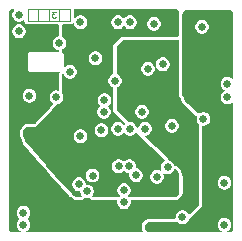
<source format=gbr>
G04 #@! TF.GenerationSoftware,KiCad,Pcbnew,9.0.3*
G04 #@! TF.CreationDate,2025-08-06T23:44:26+02:00*
G04 #@! TF.ProjectId,MADC,4d414443-2e6b-4696-9361-645f70636258,rev?*
G04 #@! TF.SameCoordinates,Original*
G04 #@! TF.FileFunction,Copper,L3,Inr*
G04 #@! TF.FilePolarity,Positive*
%FSLAX46Y46*%
G04 Gerber Fmt 4.6, Leading zero omitted, Abs format (unit mm)*
G04 Created by KiCad (PCBNEW 9.0.3) date 2025-08-06 23:44:26*
%MOMM*%
%LPD*%
G01*
G04 APERTURE LIST*
G04 #@! TA.AperFunction,NonConductor*
%ADD10C,0.100000*%
G04 #@! TD*
%ADD11C,0.100000*%
G04 #@! TA.AperFunction,ViaPad*
%ADD12C,0.650000*%
G04 #@! TD*
G04 #@! TA.AperFunction,Conductor*
%ADD13C,0.508000*%
G04 #@! TD*
G04 APERTURE END LIST*
D10*
X136525000Y-83566000D02*
X137414000Y-83566000D01*
X137414000Y-84582000D01*
X136525000Y-84582000D01*
X136525000Y-83566000D01*
X138303000Y-83566000D02*
X139192000Y-83566000D01*
X139192000Y-84582000D01*
X138303000Y-84582000D01*
X138303000Y-83566000D01*
X137414000Y-83566000D02*
X138303000Y-83566000D01*
X138303000Y-84582000D01*
X137414000Y-84582000D01*
X137414000Y-83566000D01*
X135636000Y-83566000D02*
X136525000Y-83566000D01*
X136525000Y-84582000D01*
X135636000Y-84582000D01*
X135636000Y-83566000D01*
D11*
D10*
X137987982Y-83812409D02*
X137678458Y-83812409D01*
X137678458Y-83812409D02*
X137845125Y-84002885D01*
X137845125Y-84002885D02*
X137773696Y-84002885D01*
X137773696Y-84002885D02*
X137726077Y-84026695D01*
X137726077Y-84026695D02*
X137702268Y-84050504D01*
X137702268Y-84050504D02*
X137678458Y-84098123D01*
X137678458Y-84098123D02*
X137678458Y-84217171D01*
X137678458Y-84217171D02*
X137702268Y-84264790D01*
X137702268Y-84264790D02*
X137726077Y-84288600D01*
X137726077Y-84288600D02*
X137773696Y-84312409D01*
X137773696Y-84312409D02*
X137916553Y-84312409D01*
X137916553Y-84312409D02*
X137964172Y-84288600D01*
X137964172Y-84288600D02*
X137987982Y-84264790D01*
D12*
G04 #@! TO.N,+3.3V*
X145923000Y-102108000D03*
X152527000Y-87122000D03*
X152273000Y-95504000D03*
X149352000Y-85086500D03*
X152527000Y-86233000D03*
G04 #@! TO.N,GNDA*
X143256000Y-93726000D03*
X140081000Y-94361000D03*
X147462857Y-96976980D03*
X139954000Y-98425000D03*
X144272000Y-93726000D03*
X135255000Y-101854000D03*
X140081000Y-84709000D03*
X134874000Y-84074000D03*
X142113000Y-91313000D03*
X143764000Y-99949000D03*
X150368000Y-85086500D03*
X138049000Y-91059000D03*
X135763000Y-90932000D03*
X146304000Y-84836000D03*
X135255000Y-100838000D03*
X134874000Y-85471000D03*
X147056000Y-88265000D03*
X143764000Y-98933000D03*
X141351000Y-87757000D03*
G04 #@! TO.N,Net-(D1-A)*
X143256000Y-84709000D03*
G04 #@! TO.N,Net-(D1-K)*
X144272000Y-84705500D03*
X138303000Y-86487000D03*
G04 #@! TO.N,VCC*
X145796000Y-86868000D03*
X148336000Y-95250000D03*
X137795000Y-101854000D03*
X145421961Y-91106767D03*
X140144500Y-101058500D03*
X134874000Y-87884000D03*
G04 #@! TO.N,VEE*
X140036000Y-97110000D03*
X148022500Y-99119500D03*
X141097000Y-84959500D03*
X147955000Y-85090000D03*
X139092969Y-90395138D03*
X135610128Y-93949780D03*
G04 #@! TO.N,/AD_ID*
X145796000Y-88646000D03*
G04 #@! TO.N,GNDD*
X152527000Y-89916000D03*
X152527000Y-91059000D03*
X152273000Y-98298000D03*
X152273000Y-101854000D03*
X147829500Y-93472000D03*
G04 #@! TO.N,/SW_VRH*
X148717000Y-101219000D03*
G04 #@! TO.N,/AD_IRP*
X145542000Y-93726000D03*
G04 #@! TO.N,/AD_IIN*
X139191000Y-88900000D03*
G04 #@! TO.N,/AD_CMP*
X150495000Y-92893000D03*
G04 #@! TO.N,/AD_IRN*
X141859000Y-93853000D03*
G04 #@! TO.N,VREF*
X146558000Y-97790000D03*
G04 #@! TO.N,/AD_REF+*
X143327000Y-96901829D03*
G04 #@! TO.N,Net-(RN1-Pad6)*
X145288000Y-92285500D03*
G04 #@! TO.N,/AD_REF-*
X144201000Y-96901000D03*
G04 #@! TO.N,Net-(RN1-Pad5)*
X142068500Y-92284500D03*
G04 #@! TO.N,Net-(RN1-Pad7)*
X143002000Y-89662000D03*
G04 #@! TO.N,Net-(RN2-Pad7)*
X140642114Y-99028012D03*
G04 #@! TO.N,Net-(U3B--)*
X141106725Y-97687000D03*
X144780000Y-97663000D03*
G04 #@! TD*
D13*
G04 #@! TO.N,+3.3V*
X152019000Y-87630000D02*
X149352000Y-87630000D01*
X145923000Y-102108000D02*
X149479000Y-102108000D01*
X152527000Y-87122000D02*
X152019000Y-87630000D01*
X149352000Y-87630000D02*
X149352000Y-90043000D01*
X151511000Y-100076000D02*
X151511000Y-96012000D01*
X151511000Y-96012000D02*
X151511000Y-95325000D01*
X151511000Y-95631000D02*
X151511000Y-96012000D01*
X149352000Y-85086500D02*
X149352000Y-87630000D01*
X149479000Y-102108000D02*
X151511000Y-100076000D01*
X149352000Y-90043000D02*
X151511000Y-92202000D01*
X152146000Y-95631000D02*
X151511000Y-95631000D01*
X152273000Y-95504000D02*
X152146000Y-95631000D01*
X151511000Y-92202000D02*
X151511000Y-95325000D01*
G04 #@! TO.N,VCC*
X147850799Y-94959299D02*
X146685000Y-93793500D01*
X148512553Y-95680553D02*
X148512553Y-95296320D01*
X140111000Y-101092000D02*
X140144500Y-101058500D01*
X149098000Y-99695000D02*
X149098000Y-96266000D01*
X137160000Y-101219000D02*
X137160000Y-101092000D01*
X145170000Y-100330000D02*
X148463000Y-100330000D01*
X146685000Y-93793500D02*
X146685000Y-91113720D01*
X140241500Y-101058500D02*
X140335000Y-100965000D01*
X145668969Y-91106767D02*
X145669000Y-91106798D01*
X144535000Y-100965000D02*
X145170000Y-100330000D01*
X146712360Y-91086360D02*
X145442368Y-91086360D01*
X145161000Y-86868000D02*
X145796000Y-86868000D01*
X134263000Y-88495000D02*
X134874000Y-87884000D01*
X144653000Y-91059000D02*
X144272000Y-90678000D01*
X137160000Y-98552000D02*
X134263000Y-95655000D01*
X149098000Y-96266000D02*
X148512553Y-95680553D01*
X144272000Y-90678000D02*
X144272000Y-87757000D01*
X140335000Y-100965000D02*
X144535000Y-100965000D01*
X148466233Y-95250000D02*
X148336000Y-95250000D01*
X148512553Y-95296320D02*
X148466233Y-95250000D01*
X146685000Y-91113720D02*
X146712360Y-91086360D01*
X137160000Y-101092000D02*
X140111000Y-101092000D01*
X137160000Y-101219000D02*
X137160000Y-98552000D01*
X140144500Y-101058500D02*
X140241500Y-101058500D01*
X145421961Y-91106767D02*
X145374194Y-91059000D01*
X148463000Y-100330000D02*
X149098000Y-99695000D01*
X134263000Y-95655000D02*
X134263000Y-88495000D01*
X148045299Y-94959299D02*
X147850799Y-94959299D01*
X144272000Y-87757000D02*
X145161000Y-86868000D01*
X148336000Y-95250000D02*
X148045299Y-94959299D01*
X137795000Y-101854000D02*
X137160000Y-101219000D01*
X145421961Y-91106767D02*
X145668969Y-91106767D01*
X145374194Y-91059000D02*
X144653000Y-91059000D01*
X145442368Y-91086360D02*
X145421961Y-91106767D01*
G04 #@! TO.N,VEE*
X136872930Y-93946930D02*
X135612978Y-93946930D01*
X140036000Y-97110000D02*
X136872930Y-93946930D01*
X147069500Y-83820000D02*
X142236500Y-83820000D01*
X147955000Y-99060000D02*
X145034000Y-99060000D01*
X142621000Y-97917000D02*
X141351000Y-96647000D01*
X148014500Y-99119500D02*
X147955000Y-99060000D01*
X141097000Y-85403000D02*
X141097000Y-84959500D01*
X135612978Y-93946930D02*
X135610128Y-93949780D01*
X136779000Y-93980000D02*
X139092969Y-91666031D01*
X142236500Y-83820000D02*
X141097000Y-84959500D01*
X135610128Y-93949780D02*
X135616720Y-93949780D01*
X143891000Y-97917000D02*
X142621000Y-97917000D01*
X140126000Y-97110000D02*
X140036000Y-97110000D01*
X139092969Y-90395138D02*
X140462000Y-89026107D01*
X135646940Y-93980000D02*
X136779000Y-93980000D01*
X140462000Y-89026107D02*
X140462000Y-86038000D01*
X140589000Y-96647000D02*
X140126000Y-97110000D01*
X135616720Y-93949780D02*
X135646940Y-93980000D01*
X140462000Y-86038000D02*
X141097000Y-85403000D01*
X145034000Y-99060000D02*
X143891000Y-97917000D01*
X141351000Y-96647000D02*
X140589000Y-96647000D01*
X139092969Y-91666031D02*
X139092969Y-90395138D01*
X147955000Y-85090000D02*
X147955000Y-84705500D01*
X147955000Y-84705500D02*
X147069500Y-83820000D01*
X148022500Y-99119500D02*
X148014500Y-99119500D01*
G04 #@! TD*
G04 #@! TA.AperFunction,Conductor*
G04 #@! TO.N,VCC*
G36*
X134455769Y-83584306D02*
G01*
X134474075Y-83628500D01*
X134455769Y-83672694D01*
X134410289Y-83718173D01*
X134410286Y-83718177D01*
X134333991Y-83850322D01*
X134333990Y-83850326D01*
X134294501Y-83997700D01*
X134294500Y-83997708D01*
X134294500Y-84150291D01*
X134294501Y-84150299D01*
X134333990Y-84297673D01*
X134333991Y-84297677D01*
X134410286Y-84429822D01*
X134410289Y-84429826D01*
X134518173Y-84537710D01*
X134518177Y-84537713D01*
X134518179Y-84537715D01*
X134650322Y-84614008D01*
X134797707Y-84653500D01*
X134797708Y-84653500D01*
X134950292Y-84653500D01*
X134950293Y-84653500D01*
X135097678Y-84614008D01*
X135229821Y-84537715D01*
X135229828Y-84537707D01*
X135230950Y-84536848D01*
X135231643Y-84536662D01*
X135233369Y-84535666D01*
X135233635Y-84536128D01*
X135277155Y-84524465D01*
X135318583Y-84548381D01*
X135331500Y-84586431D01*
X135331500Y-84622086D01*
X135331501Y-84622094D01*
X135352249Y-84699529D01*
X135352250Y-84699532D01*
X135352251Y-84699533D01*
X135392339Y-84768968D01*
X135449032Y-84825661D01*
X135518467Y-84865749D01*
X135518470Y-84865750D01*
X135565857Y-84878447D01*
X135595912Y-84886500D01*
X135676088Y-84886500D01*
X136484912Y-84886500D01*
X136565088Y-84886500D01*
X137373912Y-84886500D01*
X137454088Y-84886500D01*
X138202000Y-84886500D01*
X138246194Y-84904806D01*
X138264500Y-84949000D01*
X138264500Y-85849415D01*
X138246194Y-85893609D01*
X138218177Y-85909785D01*
X138079324Y-85946991D01*
X138079322Y-85946991D01*
X137947177Y-86023286D01*
X137947173Y-86023289D01*
X137839289Y-86131173D01*
X137839286Y-86131177D01*
X137762991Y-86263322D01*
X137762990Y-86263326D01*
X137723501Y-86410700D01*
X137723500Y-86410708D01*
X137723500Y-86563291D01*
X137723501Y-86563299D01*
X137762990Y-86710673D01*
X137762991Y-86710677D01*
X137839286Y-86842822D01*
X137839289Y-86842826D01*
X137947173Y-86950710D01*
X137947177Y-86950713D01*
X137947179Y-86950715D01*
X138079322Y-87027008D01*
X138079325Y-87027009D01*
X138218176Y-87064214D01*
X138231120Y-87074146D01*
X138246194Y-87080390D01*
X138249425Y-87088192D01*
X138256127Y-87093334D01*
X138264500Y-87124584D01*
X138264500Y-87186500D01*
X138246194Y-87230694D01*
X138202000Y-87249000D01*
X135763000Y-87249000D01*
X135636000Y-87376000D01*
X135636000Y-88773000D01*
X135763000Y-88900000D01*
X138242561Y-88900000D01*
X138254047Y-88904757D01*
X138266479Y-88904758D01*
X138275269Y-88913548D01*
X138286755Y-88918306D01*
X138291512Y-88929791D01*
X138300304Y-88938583D01*
X138300303Y-88951015D01*
X138305061Y-88962500D01*
X138300303Y-88986418D01*
X138285431Y-89022321D01*
X138284374Y-89024555D01*
X138264500Y-89124470D01*
X138264500Y-90435348D01*
X138246194Y-90479542D01*
X138202000Y-90497848D01*
X138185824Y-90495718D01*
X138125299Y-90479501D01*
X138125294Y-90479500D01*
X138125293Y-90479500D01*
X137972707Y-90479500D01*
X137972706Y-90479500D01*
X137972700Y-90479501D01*
X137825326Y-90518990D01*
X137825322Y-90518991D01*
X137693177Y-90595286D01*
X137693173Y-90595289D01*
X137585289Y-90703173D01*
X137585286Y-90703177D01*
X137508991Y-90835322D01*
X137508990Y-90835326D01*
X137469501Y-90982700D01*
X137469500Y-90982708D01*
X137469500Y-91135291D01*
X137469501Y-91135299D01*
X137508990Y-91282673D01*
X137508991Y-91282677D01*
X137547138Y-91348749D01*
X137574251Y-91395710D01*
X137585286Y-91414822D01*
X137585289Y-91414826D01*
X137693173Y-91522710D01*
X137693177Y-91522713D01*
X137693179Y-91522715D01*
X137734870Y-91546785D01*
X137763989Y-91584735D01*
X137757746Y-91632161D01*
X137749839Y-91642982D01*
X137488878Y-91929673D01*
X137394344Y-92033527D01*
X137204244Y-92242369D01*
X136275855Y-93262289D01*
X136243283Y-93298072D01*
X136199997Y-93318431D01*
X136197064Y-93318500D01*
X135534870Y-93318500D01*
X135435611Y-93338235D01*
X135391436Y-93356524D01*
X135391424Y-93356530D01*
X135307268Y-93412732D01*
X135307257Y-93412740D01*
X135171620Y-93548291D01*
X135126728Y-93593154D01*
X135108202Y-93611667D01*
X135089701Y-93630156D01*
X135089698Y-93630160D01*
X135033440Y-93714285D01*
X135015118Y-93758456D01*
X135015118Y-93758457D01*
X135004663Y-93810868D01*
X135004663Y-93810869D01*
X134995319Y-93857701D01*
X134995319Y-93857709D01*
X134995044Y-94284541D01*
X134995022Y-94318869D01*
X134995022Y-94318870D01*
X134994987Y-94371396D01*
X134999140Y-94417798D01*
X134999141Y-94417806D01*
X135003128Y-94439819D01*
X135003128Y-94439821D01*
X135015524Y-94484764D01*
X135015534Y-94484792D01*
X135174626Y-94908624D01*
X135174634Y-94908641D01*
X135174635Y-94908643D01*
X135194870Y-94950637D01*
X135194882Y-94950657D01*
X135206336Y-94969812D01*
X135206344Y-94969824D01*
X135206348Y-94969830D01*
X135233767Y-95007523D01*
X135233771Y-95007528D01*
X136854420Y-96859698D01*
X136974051Y-96996419D01*
X137541444Y-97644869D01*
X137661075Y-97781590D01*
X137733456Y-97864311D01*
X139126668Y-99456555D01*
X139126683Y-99456570D01*
X139167197Y-99493970D01*
X139167199Y-99493973D01*
X139167206Y-99493978D01*
X139188415Y-99509735D01*
X139235943Y-99537740D01*
X139632587Y-99717724D01*
X139684966Y-99735052D01*
X139703730Y-99739109D01*
X139710782Y-99740635D01*
X139710783Y-99740635D01*
X139710792Y-99740637D01*
X139765642Y-99746500D01*
X139765648Y-99746500D01*
X140130826Y-99746500D01*
X140130826Y-99746499D01*
X140214234Y-99732729D01*
X140252279Y-99719815D01*
X140326830Y-99679971D01*
X140393595Y-99603849D01*
X140393603Y-99603833D01*
X140393932Y-99603376D01*
X140394100Y-99603270D01*
X140395619Y-99601540D01*
X140396143Y-99602000D01*
X140434550Y-99578109D01*
X140460918Y-99579403D01*
X140565816Y-99607511D01*
X140565819Y-99607511D01*
X140565821Y-99607512D01*
X140565822Y-99607512D01*
X140718406Y-99607512D01*
X140718407Y-99607512D01*
X140825656Y-99578774D01*
X140873081Y-99585017D01*
X140893799Y-99604421D01*
X140925714Y-99652186D01*
X140925717Y-99652189D01*
X140967296Y-99679971D01*
X141009903Y-99708440D01*
X141051269Y-99725574D01*
X141053492Y-99726626D01*
X141054097Y-99726746D01*
X141054098Y-99726747D01*
X141153404Y-99746500D01*
X143136865Y-99746500D01*
X143181059Y-99764806D01*
X143199365Y-99809000D01*
X143197235Y-99825176D01*
X143184501Y-99872700D01*
X143184500Y-99872708D01*
X143184500Y-100025291D01*
X143184501Y-100025299D01*
X143223990Y-100172673D01*
X143223991Y-100172677D01*
X143223992Y-100172678D01*
X143296342Y-100297992D01*
X143300286Y-100304822D01*
X143300289Y-100304826D01*
X143408173Y-100412710D01*
X143408177Y-100412713D01*
X143408179Y-100412715D01*
X143540322Y-100489008D01*
X143687707Y-100528500D01*
X143687708Y-100528500D01*
X143840292Y-100528500D01*
X143840293Y-100528500D01*
X143987678Y-100489008D01*
X144119821Y-100412715D01*
X144227715Y-100304821D01*
X144304008Y-100172678D01*
X144343500Y-100025293D01*
X144343500Y-99872707D01*
X144341904Y-99866750D01*
X144330765Y-99825176D01*
X144337009Y-99777750D01*
X144374959Y-99748630D01*
X144391135Y-99746500D01*
X148183112Y-99746500D01*
X148183113Y-99746500D01*
X148282419Y-99726746D01*
X148326613Y-99708440D01*
X148410800Y-99652188D01*
X148628188Y-99434800D01*
X148684440Y-99350613D01*
X148701578Y-99309238D01*
X148702626Y-99307021D01*
X148702746Y-99306419D01*
X148702747Y-99306418D01*
X148722500Y-99207112D01*
X148722500Y-97706547D01*
X148716965Y-97653238D01*
X148711690Y-97628108D01*
X148711688Y-97628100D01*
X148695328Y-97577088D01*
X148695325Y-97577079D01*
X148518853Y-97175225D01*
X148492357Y-97128651D01*
X148492354Y-97128646D01*
X148477420Y-97107758D01*
X148475287Y-97105346D01*
X148441917Y-97067615D01*
X148364447Y-96996419D01*
X148294003Y-96931680D01*
X148293999Y-96931677D01*
X148293998Y-96931676D01*
X148243387Y-96895325D01*
X148243380Y-96895321D01*
X148217280Y-96880977D01*
X148217267Y-96880971D01*
X148159450Y-96857734D01*
X148159445Y-96857733D01*
X148073240Y-96852085D01*
X148030338Y-96830929D01*
X148016958Y-96805898D01*
X148002865Y-96753302D01*
X147926572Y-96621159D01*
X147926570Y-96621157D01*
X147926567Y-96621153D01*
X147818683Y-96513269D01*
X147818679Y-96513266D01*
X147818678Y-96513265D01*
X147752606Y-96475118D01*
X147686534Y-96436971D01*
X147686531Y-96436970D01*
X147582309Y-96409044D01*
X147544358Y-96379924D01*
X147537755Y-96363441D01*
X147514249Y-96266775D01*
X147514248Y-96266772D01*
X147514247Y-96266768D01*
X147494094Y-96223386D01*
X147434342Y-96141646D01*
X147434339Y-96141643D01*
X147434337Y-96141640D01*
X145554454Y-94414018D01*
X145534301Y-94370636D01*
X145550727Y-94325709D01*
X145594109Y-94305556D01*
X145596745Y-94305500D01*
X145618292Y-94305500D01*
X145618293Y-94305500D01*
X145765678Y-94266008D01*
X145897821Y-94189715D01*
X146005715Y-94081821D01*
X146082008Y-93949678D01*
X146121500Y-93802293D01*
X146121500Y-93649707D01*
X146082008Y-93502322D01*
X146036130Y-93422860D01*
X146036130Y-93422858D01*
X146020455Y-93395708D01*
X147250000Y-93395708D01*
X147250000Y-93548291D01*
X147250001Y-93548299D01*
X147289490Y-93695673D01*
X147289491Y-93695677D01*
X147325736Y-93758454D01*
X147351046Y-93802293D01*
X147365786Y-93827822D01*
X147365789Y-93827826D01*
X147473673Y-93935710D01*
X147473677Y-93935713D01*
X147473679Y-93935715D01*
X147605822Y-94012008D01*
X147753207Y-94051500D01*
X147753208Y-94051500D01*
X147905792Y-94051500D01*
X147905793Y-94051500D01*
X148053178Y-94012008D01*
X148185321Y-93935715D01*
X148293215Y-93827821D01*
X148369508Y-93695678D01*
X148409000Y-93548293D01*
X148409000Y-93395707D01*
X148369508Y-93248322D01*
X148293215Y-93116179D01*
X148293213Y-93116177D01*
X148293210Y-93116173D01*
X148185326Y-93008289D01*
X148185322Y-93008286D01*
X148185321Y-93008285D01*
X148117782Y-92969291D01*
X148053177Y-92931991D01*
X148053173Y-92931990D01*
X147905799Y-92892501D01*
X147905794Y-92892500D01*
X147905793Y-92892500D01*
X147753207Y-92892500D01*
X147753206Y-92892500D01*
X147753200Y-92892501D01*
X147605826Y-92931990D01*
X147605822Y-92931991D01*
X147473677Y-93008286D01*
X147473673Y-93008289D01*
X147365789Y-93116173D01*
X147365786Y-93116177D01*
X147289491Y-93248322D01*
X147289490Y-93248326D01*
X147250001Y-93395700D01*
X147250000Y-93395708D01*
X146020455Y-93395708D01*
X146005717Y-93370182D01*
X146005710Y-93370173D01*
X145897826Y-93262289D01*
X145897822Y-93262286D01*
X145897821Y-93262285D01*
X145831749Y-93224138D01*
X145765677Y-93185991D01*
X145765673Y-93185990D01*
X145618299Y-93146501D01*
X145618294Y-93146500D01*
X145618293Y-93146500D01*
X145465707Y-93146500D01*
X145465706Y-93146500D01*
X145465700Y-93146501D01*
X145318326Y-93185990D01*
X145318322Y-93185991D01*
X145186177Y-93262286D01*
X145186173Y-93262289D01*
X145078289Y-93370173D01*
X145078286Y-93370177D01*
X145001991Y-93502322D01*
X145001991Y-93502324D01*
X144967370Y-93631530D01*
X144938250Y-93669480D01*
X144890823Y-93675723D01*
X144852873Y-93646603D01*
X144846630Y-93631530D01*
X144829086Y-93566059D01*
X144812008Y-93502322D01*
X144735715Y-93370179D01*
X144735713Y-93370177D01*
X144735710Y-93370173D01*
X144627826Y-93262289D01*
X144627822Y-93262286D01*
X144627821Y-93262285D01*
X144561749Y-93224138D01*
X144495677Y-93185991D01*
X144495673Y-93185990D01*
X144348299Y-93146501D01*
X144348294Y-93146500D01*
X144348293Y-93146500D01*
X144195707Y-93146500D01*
X144195702Y-93146500D01*
X144181552Y-93150292D01*
X144166004Y-93148244D01*
X144150505Y-93150626D01*
X144143643Y-93145300D01*
X144134126Y-93144047D01*
X144111937Y-93122329D01*
X144110705Y-93120298D01*
X144110563Y-93119954D01*
X144109846Y-93118881D01*
X144109139Y-93117715D01*
X144109073Y-93117288D01*
X144105892Y-93111626D01*
X144104781Y-93109233D01*
X144104381Y-93108324D01*
X144104256Y-93108104D01*
X144086334Y-93083587D01*
X144084819Y-93081421D01*
X144054335Y-93035790D01*
X144049985Y-93031440D01*
X144050011Y-93031413D01*
X144045555Y-93027542D01*
X144044509Y-93026372D01*
X144044505Y-93026366D01*
X144044499Y-93026360D01*
X144044495Y-93026356D01*
X143200947Y-92251130D01*
X143155330Y-92209208D01*
X144708500Y-92209208D01*
X144708500Y-92361791D01*
X144708501Y-92361799D01*
X144747990Y-92509173D01*
X144747991Y-92509177D01*
X144824286Y-92641322D01*
X144824289Y-92641326D01*
X144932173Y-92749210D01*
X144932177Y-92749213D01*
X144932179Y-92749215D01*
X145064322Y-92825508D01*
X145211707Y-92865000D01*
X145211708Y-92865000D01*
X145364292Y-92865000D01*
X145364293Y-92865000D01*
X145511678Y-92825508D01*
X145643821Y-92749215D01*
X145751715Y-92641321D01*
X145828008Y-92509178D01*
X145867500Y-92361793D01*
X145867500Y-92209207D01*
X145828008Y-92061822D01*
X145751715Y-91929679D01*
X145751713Y-91929677D01*
X145751710Y-91929673D01*
X145643826Y-91821789D01*
X145643822Y-91821786D01*
X145643821Y-91821785D01*
X145577749Y-91783638D01*
X145511677Y-91745491D01*
X145511673Y-91745490D01*
X145364299Y-91706001D01*
X145364294Y-91706000D01*
X145364293Y-91706000D01*
X145211707Y-91706000D01*
X145211706Y-91706000D01*
X145211700Y-91706001D01*
X145064326Y-91745490D01*
X145064322Y-91745491D01*
X144932177Y-91821786D01*
X144932173Y-91821789D01*
X144824289Y-91929673D01*
X144824286Y-91929677D01*
X144747991Y-92061822D01*
X144747990Y-92061826D01*
X144708501Y-92209200D01*
X144708500Y-92209208D01*
X143155330Y-92209208D01*
X143154708Y-92208636D01*
X143134556Y-92165255D01*
X143134500Y-92162619D01*
X143134500Y-90274396D01*
X143152806Y-90230202D01*
X143180821Y-90214026D01*
X143225678Y-90202008D01*
X143357821Y-90125715D01*
X143465715Y-90017821D01*
X143542008Y-89885678D01*
X143581500Y-89738293D01*
X143581500Y-89585707D01*
X143542008Y-89438322D01*
X143465715Y-89306179D01*
X143465713Y-89306177D01*
X143465710Y-89306173D01*
X143357826Y-89198289D01*
X143357822Y-89198286D01*
X143357821Y-89198285D01*
X143225678Y-89121992D01*
X143225677Y-89121991D01*
X143225676Y-89121991D01*
X143180823Y-89109972D01*
X143142873Y-89080851D01*
X143134500Y-89049602D01*
X143134500Y-88569708D01*
X145216500Y-88569708D01*
X145216500Y-88722291D01*
X145216501Y-88722299D01*
X145255990Y-88869673D01*
X145255991Y-88869677D01*
X145332286Y-89001822D01*
X145332289Y-89001826D01*
X145440173Y-89109710D01*
X145440177Y-89109713D01*
X145440179Y-89109715D01*
X145572322Y-89186008D01*
X145719707Y-89225500D01*
X145719708Y-89225500D01*
X145872292Y-89225500D01*
X145872293Y-89225500D01*
X146019678Y-89186008D01*
X146151821Y-89109715D01*
X146259715Y-89001821D01*
X146336008Y-88869678D01*
X146375500Y-88722293D01*
X146375500Y-88569707D01*
X146336008Y-88422322D01*
X146259715Y-88290179D01*
X146259713Y-88290177D01*
X146259710Y-88290173D01*
X146158245Y-88188708D01*
X146476500Y-88188708D01*
X146476500Y-88341291D01*
X146476501Y-88341299D01*
X146515990Y-88488673D01*
X146515991Y-88488677D01*
X146592286Y-88620822D01*
X146592289Y-88620826D01*
X146700173Y-88728710D01*
X146700177Y-88728713D01*
X146700179Y-88728715D01*
X146832322Y-88805008D01*
X146979707Y-88844500D01*
X146979708Y-88844500D01*
X147132292Y-88844500D01*
X147132293Y-88844500D01*
X147279678Y-88805008D01*
X147411821Y-88728715D01*
X147519715Y-88620821D01*
X147596008Y-88488678D01*
X147635500Y-88341293D01*
X147635500Y-88188707D01*
X147596008Y-88041322D01*
X147519715Y-87909179D01*
X147519713Y-87909177D01*
X147519710Y-87909173D01*
X147411826Y-87801289D01*
X147411822Y-87801286D01*
X147411821Y-87801285D01*
X147345749Y-87763138D01*
X147279677Y-87724991D01*
X147279673Y-87724990D01*
X147132299Y-87685501D01*
X147132294Y-87685500D01*
X147132293Y-87685500D01*
X146979707Y-87685500D01*
X146979706Y-87685500D01*
X146979700Y-87685501D01*
X146832326Y-87724990D01*
X146832322Y-87724991D01*
X146700177Y-87801286D01*
X146700173Y-87801289D01*
X146592289Y-87909173D01*
X146592286Y-87909177D01*
X146515991Y-88041322D01*
X146515990Y-88041326D01*
X146476501Y-88188700D01*
X146476500Y-88188708D01*
X146158245Y-88188708D01*
X146151826Y-88182289D01*
X146151822Y-88182286D01*
X146151821Y-88182285D01*
X146085749Y-88144138D01*
X146019677Y-88105991D01*
X146019673Y-88105990D01*
X145872299Y-88066501D01*
X145872294Y-88066500D01*
X145872293Y-88066500D01*
X145719707Y-88066500D01*
X145719706Y-88066500D01*
X145719700Y-88066501D01*
X145572326Y-88105990D01*
X145572322Y-88105991D01*
X145440177Y-88182286D01*
X145440173Y-88182289D01*
X145332289Y-88290173D01*
X145332286Y-88290177D01*
X145255991Y-88422322D01*
X145255990Y-88422326D01*
X145216501Y-88569700D01*
X145216500Y-88569708D01*
X143134500Y-88569708D01*
X143134500Y-86747376D01*
X143152806Y-86703182D01*
X143599182Y-86256806D01*
X143643376Y-86238500D01*
X148183112Y-86238500D01*
X148183113Y-86238500D01*
X148282419Y-86218746D01*
X148326613Y-86200440D01*
X148360276Y-86177946D01*
X148407192Y-86168614D01*
X148446966Y-86195189D01*
X148457500Y-86229913D01*
X148457500Y-90918809D01*
X148463106Y-90972438D01*
X148463109Y-90972456D01*
X148468447Y-90997716D01*
X148468453Y-90997737D01*
X148485025Y-91049058D01*
X148485026Y-91049060D01*
X148662282Y-91449758D01*
X148662287Y-91449768D01*
X148689115Y-91496556D01*
X148689119Y-91496561D01*
X148689121Y-91496565D01*
X148704235Y-91517524D01*
X148704244Y-91517534D01*
X148740148Y-91557746D01*
X148740161Y-91557760D01*
X149897479Y-92609867D01*
X149923807Y-92628616D01*
X149949187Y-92669163D01*
X149947922Y-92695702D01*
X149915501Y-92816700D01*
X149915500Y-92816708D01*
X149915500Y-92969291D01*
X149915501Y-92969299D01*
X149954990Y-93116673D01*
X149954991Y-93116677D01*
X149982379Y-93164114D01*
X150031285Y-93248821D01*
X150092694Y-93310230D01*
X150111000Y-93354424D01*
X150111000Y-93516276D01*
X150109799Y-93528468D01*
X150108500Y-93534997D01*
X150108500Y-100205747D01*
X150090194Y-100249941D01*
X150088846Y-100251250D01*
X149329157Y-100966580D01*
X149284432Y-100983549D01*
X149240808Y-100963923D01*
X149232187Y-100952331D01*
X149180715Y-100863179D01*
X149180713Y-100863177D01*
X149180710Y-100863173D01*
X149072826Y-100755289D01*
X149072822Y-100755286D01*
X149072821Y-100755285D01*
X149006749Y-100717138D01*
X148940677Y-100678991D01*
X148940673Y-100678990D01*
X148793299Y-100639501D01*
X148793294Y-100639500D01*
X148793293Y-100639500D01*
X148640707Y-100639500D01*
X148640706Y-100639500D01*
X148640700Y-100639501D01*
X148493326Y-100678990D01*
X148493322Y-100678991D01*
X148361177Y-100755286D01*
X148361173Y-100755289D01*
X148253289Y-100863173D01*
X148253286Y-100863177D01*
X148176991Y-100995322D01*
X148176990Y-100995326D01*
X148137501Y-101142700D01*
X148137500Y-101142708D01*
X148137500Y-101278000D01*
X148119194Y-101322194D01*
X148075000Y-101340500D01*
X145821887Y-101340500D01*
X145805411Y-101343777D01*
X145722581Y-101360253D01*
X145678389Y-101378559D01*
X145678385Y-101378561D01*
X145594200Y-101434811D01*
X145376811Y-101652200D01*
X145320561Y-101736385D01*
X145320558Y-101736389D01*
X145305328Y-101773157D01*
X145305326Y-101773163D01*
X145302254Y-101780581D01*
X145302253Y-101780582D01*
X145296030Y-101811869D01*
X145295800Y-101813025D01*
X145295796Y-101813042D01*
X145282500Y-101879887D01*
X145282500Y-102209112D01*
X145282499Y-102209112D01*
X145302253Y-102308418D01*
X145320558Y-102352610D01*
X145320559Y-102352612D01*
X145320560Y-102352613D01*
X145346729Y-102391778D01*
X145356061Y-102438693D01*
X145329486Y-102478467D01*
X145294762Y-102489000D01*
X135547400Y-102489000D01*
X135503206Y-102470694D01*
X135484900Y-102426500D01*
X135503206Y-102382306D01*
X135516147Y-102372374D01*
X135610821Y-102317715D01*
X135718715Y-102209821D01*
X135795008Y-102077678D01*
X135834500Y-101930293D01*
X135834500Y-101777707D01*
X135795008Y-101630322D01*
X135718715Y-101498179D01*
X135718713Y-101498177D01*
X135718710Y-101498173D01*
X135610731Y-101390194D01*
X135592425Y-101346000D01*
X135610731Y-101301806D01*
X135718710Y-101193826D01*
X135718715Y-101193821D01*
X135795008Y-101061678D01*
X135834500Y-100914293D01*
X135834500Y-100761707D01*
X135795008Y-100614322D01*
X135718715Y-100482179D01*
X135718713Y-100482177D01*
X135718710Y-100482173D01*
X135610826Y-100374289D01*
X135610822Y-100374286D01*
X135610821Y-100374285D01*
X135490508Y-100304822D01*
X135478677Y-100297991D01*
X135478673Y-100297990D01*
X135331299Y-100258501D01*
X135331294Y-100258500D01*
X135331293Y-100258500D01*
X135178707Y-100258500D01*
X135178706Y-100258500D01*
X135178700Y-100258501D01*
X135031326Y-100297990D01*
X135031322Y-100297991D01*
X134899177Y-100374286D01*
X134899173Y-100374289D01*
X134791289Y-100482173D01*
X134791286Y-100482177D01*
X134714991Y-100614322D01*
X134714990Y-100614326D01*
X134675501Y-100761700D01*
X134675500Y-100761708D01*
X134675500Y-100914291D01*
X134675501Y-100914299D01*
X134714990Y-101061673D01*
X134714991Y-101061677D01*
X134791286Y-101193822D01*
X134791289Y-101193826D01*
X134899269Y-101301806D01*
X134917575Y-101346000D01*
X134899269Y-101390194D01*
X134791289Y-101498173D01*
X134791286Y-101498177D01*
X134714991Y-101630322D01*
X134714990Y-101630326D01*
X134675501Y-101777700D01*
X134675500Y-101777708D01*
X134675500Y-101930291D01*
X134675501Y-101930299D01*
X134714990Y-102077673D01*
X134714991Y-102077677D01*
X134714992Y-102077678D01*
X134790876Y-102209113D01*
X134791286Y-102209822D01*
X134791289Y-102209826D01*
X134899173Y-102317710D01*
X134899177Y-102317713D01*
X134899179Y-102317715D01*
X134993850Y-102372373D01*
X135022970Y-102410324D01*
X135016727Y-102457750D01*
X134978776Y-102486870D01*
X134962600Y-102489000D01*
X134264888Y-102489000D01*
X134220694Y-102470694D01*
X134026806Y-102276806D01*
X134008500Y-102232612D01*
X134008500Y-90855708D01*
X135183500Y-90855708D01*
X135183500Y-91008291D01*
X135183501Y-91008299D01*
X135222990Y-91155673D01*
X135222991Y-91155677D01*
X135222992Y-91155678D01*
X135295353Y-91281011D01*
X135299286Y-91287822D01*
X135299289Y-91287826D01*
X135407173Y-91395710D01*
X135407177Y-91395713D01*
X135407179Y-91395715D01*
X135539322Y-91472008D01*
X135686707Y-91511500D01*
X135686708Y-91511500D01*
X135839292Y-91511500D01*
X135839293Y-91511500D01*
X135986678Y-91472008D01*
X136118821Y-91395715D01*
X136226715Y-91287821D01*
X136303008Y-91155678D01*
X136342500Y-91008293D01*
X136342500Y-90855707D01*
X136303008Y-90708322D01*
X136226715Y-90576179D01*
X136226713Y-90576177D01*
X136226710Y-90576173D01*
X136118826Y-90468289D01*
X136118822Y-90468286D01*
X136118821Y-90468285D01*
X136052749Y-90430138D01*
X135986677Y-90391991D01*
X135986673Y-90391990D01*
X135839299Y-90352501D01*
X135839294Y-90352500D01*
X135839293Y-90352500D01*
X135686707Y-90352500D01*
X135686706Y-90352500D01*
X135686700Y-90352501D01*
X135539326Y-90391990D01*
X135539322Y-90391991D01*
X135407177Y-90468286D01*
X135407173Y-90468289D01*
X135299289Y-90576173D01*
X135299286Y-90576177D01*
X135222991Y-90708322D01*
X135222990Y-90708326D01*
X135183501Y-90855700D01*
X135183500Y-90855708D01*
X134008500Y-90855708D01*
X134008500Y-85394708D01*
X134294500Y-85394708D01*
X134294500Y-85547291D01*
X134294501Y-85547299D01*
X134333990Y-85694673D01*
X134333991Y-85694677D01*
X134410286Y-85826822D01*
X134410289Y-85826826D01*
X134518173Y-85934710D01*
X134518177Y-85934713D01*
X134518179Y-85934715D01*
X134650322Y-86011008D01*
X134797707Y-86050500D01*
X134797708Y-86050500D01*
X134950292Y-86050500D01*
X134950293Y-86050500D01*
X135097678Y-86011008D01*
X135229821Y-85934715D01*
X135337715Y-85826821D01*
X135414008Y-85694678D01*
X135453500Y-85547293D01*
X135453500Y-85394707D01*
X135414008Y-85247322D01*
X135337715Y-85115179D01*
X135337713Y-85115177D01*
X135337710Y-85115173D01*
X135229826Y-85007289D01*
X135229822Y-85007286D01*
X135229821Y-85007285D01*
X135128869Y-84949000D01*
X135097677Y-84930991D01*
X135097673Y-84930990D01*
X134950299Y-84891501D01*
X134950294Y-84891500D01*
X134950293Y-84891500D01*
X134797707Y-84891500D01*
X134797706Y-84891500D01*
X134797700Y-84891501D01*
X134650326Y-84930990D01*
X134650322Y-84930991D01*
X134518177Y-85007286D01*
X134518173Y-85007289D01*
X134410289Y-85115173D01*
X134410286Y-85115177D01*
X134333991Y-85247322D01*
X134333990Y-85247326D01*
X134294501Y-85394700D01*
X134294500Y-85394708D01*
X134008500Y-85394708D01*
X134008500Y-83822388D01*
X134026806Y-83778194D01*
X134220694Y-83584306D01*
X134264888Y-83566000D01*
X134411575Y-83566000D01*
X134455769Y-83584306D01*
G37*
G04 #@! TD.AperFunction*
G04 #@! TD*
G04 #@! TA.AperFunction,Conductor*
G04 #@! TO.N,+3.3V*
G36*
X152799306Y-83711306D02*
G01*
X152973194Y-83885194D01*
X152991500Y-83929388D01*
X152991500Y-89410075D01*
X152973194Y-89454269D01*
X152929000Y-89472575D01*
X152884806Y-89454269D01*
X152882826Y-89452289D01*
X152882822Y-89452286D01*
X152882821Y-89452285D01*
X152809711Y-89410075D01*
X152750677Y-89375991D01*
X152750673Y-89375990D01*
X152603299Y-89336501D01*
X152603294Y-89336500D01*
X152603293Y-89336500D01*
X152450707Y-89336500D01*
X152450706Y-89336500D01*
X152450700Y-89336501D01*
X152303326Y-89375990D01*
X152303322Y-89375991D01*
X152171177Y-89452286D01*
X152171173Y-89452289D01*
X152063289Y-89560173D01*
X152063286Y-89560177D01*
X151986991Y-89692322D01*
X151986990Y-89692326D01*
X151947501Y-89839700D01*
X151947500Y-89839708D01*
X151947500Y-89992291D01*
X151947501Y-89992299D01*
X151986990Y-90139673D01*
X151986991Y-90139677D01*
X152063286Y-90271822D01*
X152063289Y-90271826D01*
X152171173Y-90379710D01*
X152171182Y-90379717D01*
X152264117Y-90433374D01*
X152293237Y-90471324D01*
X152286993Y-90518750D01*
X152264117Y-90541626D01*
X152171182Y-90595282D01*
X152171173Y-90595289D01*
X152063289Y-90703173D01*
X152063286Y-90703177D01*
X151986991Y-90835322D01*
X151986990Y-90835326D01*
X151947501Y-90982700D01*
X151947500Y-90982708D01*
X151947500Y-91135291D01*
X151947501Y-91135299D01*
X151986990Y-91282673D01*
X151986991Y-91282677D01*
X152063286Y-91414822D01*
X152063289Y-91414826D01*
X152171173Y-91522710D01*
X152171177Y-91522713D01*
X152171179Y-91522715D01*
X152303322Y-91599008D01*
X152450707Y-91638500D01*
X152450708Y-91638500D01*
X152603292Y-91638500D01*
X152603293Y-91638500D01*
X152750678Y-91599008D01*
X152882821Y-91522715D01*
X152884802Y-91520733D01*
X152928994Y-91502424D01*
X152973190Y-91520725D01*
X152991500Y-91564918D01*
X152991500Y-102252612D01*
X152973194Y-102296806D01*
X152799306Y-102470694D01*
X152755112Y-102489000D01*
X152565400Y-102489000D01*
X152521206Y-102470694D01*
X152502900Y-102426500D01*
X152521206Y-102382306D01*
X152534147Y-102372374D01*
X152628821Y-102317715D01*
X152736715Y-102209821D01*
X152813008Y-102077678D01*
X152852500Y-101930293D01*
X152852500Y-101777707D01*
X152813008Y-101630322D01*
X152736715Y-101498179D01*
X152736713Y-101498177D01*
X152736710Y-101498173D01*
X152628826Y-101390289D01*
X152628822Y-101390286D01*
X152628821Y-101390285D01*
X152562749Y-101352138D01*
X152496677Y-101313991D01*
X152496673Y-101313990D01*
X152349299Y-101274501D01*
X152349294Y-101274500D01*
X152349293Y-101274500D01*
X152196707Y-101274500D01*
X152196706Y-101274500D01*
X152196700Y-101274501D01*
X152049326Y-101313990D01*
X152049322Y-101313991D01*
X151917177Y-101390286D01*
X151917173Y-101390289D01*
X151809289Y-101498173D01*
X151809286Y-101498177D01*
X151732991Y-101630322D01*
X151732990Y-101630326D01*
X151693501Y-101777700D01*
X151693500Y-101777708D01*
X151693500Y-101930291D01*
X151693501Y-101930299D01*
X151732990Y-102077673D01*
X151732991Y-102077677D01*
X151809286Y-102209822D01*
X151809289Y-102209826D01*
X151917173Y-102317710D01*
X151917177Y-102317713D01*
X151917179Y-102317715D01*
X152011850Y-102372373D01*
X152040970Y-102410324D01*
X152034727Y-102457750D01*
X151996776Y-102486870D01*
X151980600Y-102489000D01*
X145821888Y-102489000D01*
X145777694Y-102470694D01*
X145560306Y-102253306D01*
X145542000Y-102209112D01*
X145542000Y-101879888D01*
X145560306Y-101835694D01*
X145777694Y-101618306D01*
X145821888Y-101600000D01*
X148252576Y-101600000D01*
X148296770Y-101618306D01*
X148361179Y-101682715D01*
X148493322Y-101759008D01*
X148640707Y-101798500D01*
X148640708Y-101798500D01*
X148793292Y-101798500D01*
X148793293Y-101798500D01*
X148940678Y-101759008D01*
X149072821Y-101682715D01*
X149180715Y-101574821D01*
X149257008Y-101442678D01*
X149270948Y-101390650D01*
X149288467Y-101361332D01*
X149701500Y-100972416D01*
X150368000Y-100344832D01*
X150368000Y-98221708D01*
X151693500Y-98221708D01*
X151693500Y-98374291D01*
X151693501Y-98374299D01*
X151732990Y-98521673D01*
X151732991Y-98521677D01*
X151809286Y-98653822D01*
X151809289Y-98653826D01*
X151917173Y-98761710D01*
X151917177Y-98761713D01*
X151917179Y-98761715D01*
X152049322Y-98838008D01*
X152196707Y-98877500D01*
X152196708Y-98877500D01*
X152349292Y-98877500D01*
X152349293Y-98877500D01*
X152496678Y-98838008D01*
X152628821Y-98761715D01*
X152736715Y-98653821D01*
X152813008Y-98521678D01*
X152852500Y-98374293D01*
X152852500Y-98221707D01*
X152813008Y-98074322D01*
X152736715Y-97942179D01*
X152736713Y-97942177D01*
X152736710Y-97942173D01*
X152628826Y-97834289D01*
X152628822Y-97834286D01*
X152628821Y-97834285D01*
X152562749Y-97796138D01*
X152496677Y-97757991D01*
X152496673Y-97757990D01*
X152349299Y-97718501D01*
X152349294Y-97718500D01*
X152349293Y-97718500D01*
X152196707Y-97718500D01*
X152196706Y-97718500D01*
X152196700Y-97718501D01*
X152049326Y-97757990D01*
X152049322Y-97757991D01*
X151917177Y-97834286D01*
X151917173Y-97834289D01*
X151809289Y-97942173D01*
X151809286Y-97942177D01*
X151732991Y-98074322D01*
X151732990Y-98074326D01*
X151693501Y-98221700D01*
X151693500Y-98221708D01*
X150368000Y-98221708D01*
X150368000Y-93535000D01*
X150386306Y-93490806D01*
X150430500Y-93472500D01*
X150571292Y-93472500D01*
X150571293Y-93472500D01*
X150718678Y-93433008D01*
X150850821Y-93356715D01*
X150958715Y-93248821D01*
X151035008Y-93116678D01*
X151074500Y-92969293D01*
X151074500Y-92816707D01*
X151035008Y-92669322D01*
X150958715Y-92537179D01*
X150958713Y-92537177D01*
X150958710Y-92537173D01*
X150850826Y-92429289D01*
X150850822Y-92429286D01*
X150850821Y-92429285D01*
X150733922Y-92361793D01*
X150718677Y-92352991D01*
X150718673Y-92352990D01*
X150571299Y-92313501D01*
X150571294Y-92313500D01*
X150571293Y-92313500D01*
X150418707Y-92313500D01*
X150418706Y-92313500D01*
X150418700Y-92313501D01*
X150271326Y-92352990D01*
X150271322Y-92352991D01*
X150173727Y-92409338D01*
X150145329Y-92425734D01*
X150097904Y-92431977D01*
X150072038Y-92417853D01*
X149214748Y-91638498D01*
X148914716Y-91365741D01*
X148899602Y-91344782D01*
X148722343Y-90944078D01*
X148717000Y-90918793D01*
X148717000Y-85010208D01*
X149788500Y-85010208D01*
X149788500Y-85162791D01*
X149788501Y-85162799D01*
X149827990Y-85310173D01*
X149827991Y-85310177D01*
X149904286Y-85442322D01*
X149904289Y-85442326D01*
X150012173Y-85550210D01*
X150012177Y-85550213D01*
X150012179Y-85550215D01*
X150144322Y-85626508D01*
X150291707Y-85666000D01*
X150291708Y-85666000D01*
X150444292Y-85666000D01*
X150444293Y-85666000D01*
X150591678Y-85626508D01*
X150723821Y-85550215D01*
X150831715Y-85442321D01*
X150908008Y-85310178D01*
X150947500Y-85162793D01*
X150947500Y-85010207D01*
X150908008Y-84862822D01*
X150831715Y-84730679D01*
X150831713Y-84730677D01*
X150831710Y-84730673D01*
X150723826Y-84622789D01*
X150723822Y-84622786D01*
X150723821Y-84622785D01*
X150657749Y-84584638D01*
X150591677Y-84546491D01*
X150591673Y-84546490D01*
X150444299Y-84507001D01*
X150444294Y-84507000D01*
X150444293Y-84507000D01*
X150291707Y-84507000D01*
X150291706Y-84507000D01*
X150291700Y-84507001D01*
X150144326Y-84546490D01*
X150144322Y-84546491D01*
X150012177Y-84622786D01*
X150012173Y-84622789D01*
X149904289Y-84730673D01*
X149904286Y-84730677D01*
X149827991Y-84862822D01*
X149827990Y-84862826D01*
X149788501Y-85010200D01*
X149788500Y-85010208D01*
X148717000Y-85010208D01*
X148717000Y-83972888D01*
X148735306Y-83928694D01*
X148952694Y-83711306D01*
X148996888Y-83693000D01*
X152755112Y-83693000D01*
X152799306Y-83711306D01*
G37*
G04 #@! TD.AperFunction*
G04 #@! TD*
G04 #@! TA.AperFunction,Conductor*
G04 #@! TO.N,VEE*
G36*
X148227306Y-83584306D02*
G01*
X148444694Y-83801694D01*
X148463000Y-83845888D01*
X148463000Y-83939081D01*
X148461799Y-83951274D01*
X148457500Y-83972886D01*
X148457500Y-85704612D01*
X148439194Y-85748806D01*
X148227306Y-85960694D01*
X148183112Y-85979000D01*
X143510000Y-85979000D01*
X142875000Y-86614000D01*
X142875000Y-89048129D01*
X142856694Y-89092323D01*
X142828677Y-89108499D01*
X142778324Y-89121991D01*
X142778322Y-89121991D01*
X142646177Y-89198286D01*
X142646173Y-89198289D01*
X142538289Y-89306173D01*
X142538286Y-89306177D01*
X142461991Y-89438322D01*
X142461990Y-89438326D01*
X142422501Y-89585700D01*
X142422500Y-89585708D01*
X142422500Y-89738291D01*
X142422501Y-89738299D01*
X142461990Y-89885673D01*
X142461991Y-89885677D01*
X142538286Y-90017822D01*
X142538289Y-90017826D01*
X142646173Y-90125710D01*
X142646177Y-90125713D01*
X142646179Y-90125715D01*
X142778322Y-90202008D01*
X142828678Y-90215501D01*
X142866626Y-90244619D01*
X142875000Y-90275870D01*
X142875000Y-92304023D01*
X143061079Y-92475031D01*
X143868912Y-93217435D01*
X143869507Y-93218716D01*
X143870815Y-93219258D01*
X143879505Y-93240238D01*
X143889065Y-93260817D01*
X143888579Y-93262145D01*
X143889121Y-93263453D01*
X143880426Y-93284443D01*
X143872639Y-93305744D01*
X143870816Y-93307647D01*
X143808195Y-93370269D01*
X143764000Y-93388575D01*
X143719806Y-93370270D01*
X143719806Y-93370269D01*
X143611826Y-93262289D01*
X143611822Y-93262286D01*
X143611821Y-93262285D01*
X143537296Y-93219258D01*
X143479677Y-93185991D01*
X143479673Y-93185990D01*
X143332299Y-93146501D01*
X143332294Y-93146500D01*
X143332293Y-93146500D01*
X143179707Y-93146500D01*
X143179706Y-93146500D01*
X143179700Y-93146501D01*
X143032326Y-93185990D01*
X143032322Y-93185991D01*
X142900177Y-93262286D01*
X142900173Y-93262289D01*
X142792289Y-93370173D01*
X142792286Y-93370177D01*
X142715991Y-93502322D01*
X142715990Y-93502326D01*
X142676501Y-93649700D01*
X142676500Y-93649708D01*
X142676500Y-93802291D01*
X142676501Y-93802299D01*
X142715990Y-93949673D01*
X142715991Y-93949677D01*
X142792286Y-94081822D01*
X142792289Y-94081826D01*
X142900173Y-94189710D01*
X142900177Y-94189713D01*
X142900179Y-94189715D01*
X143032322Y-94266008D01*
X143179707Y-94305500D01*
X143179708Y-94305500D01*
X143332292Y-94305500D01*
X143332293Y-94305500D01*
X143479678Y-94266008D01*
X143611821Y-94189715D01*
X143664214Y-94137322D01*
X143719806Y-94081731D01*
X143764000Y-94063425D01*
X143808194Y-94081731D01*
X143916173Y-94189710D01*
X143916177Y-94189713D01*
X143916179Y-94189715D01*
X144048322Y-94266008D01*
X144195707Y-94305500D01*
X144195708Y-94305500D01*
X144348292Y-94305500D01*
X144348293Y-94305500D01*
X144495678Y-94266008D01*
X144627821Y-94189715D01*
X144728674Y-94088861D01*
X144772865Y-94070557D01*
X144815155Y-94087038D01*
X147258749Y-96332715D01*
X147278902Y-96376097D01*
X147262476Y-96421024D01*
X147242689Y-96434859D01*
X147242727Y-96434924D01*
X147241985Y-96435351D01*
X147240384Y-96436472D01*
X147239185Y-96436968D01*
X147107034Y-96513266D01*
X147107030Y-96513269D01*
X146999146Y-96621153D01*
X146999143Y-96621157D01*
X146922848Y-96753302D01*
X146922847Y-96753306D01*
X146883358Y-96900680D01*
X146883357Y-96900688D01*
X146883357Y-97053271D01*
X146883358Y-97053279D01*
X146922849Y-97200660D01*
X146923621Y-97202524D01*
X146923620Y-97203539D01*
X146923909Y-97204615D01*
X146923620Y-97204692D01*
X146923615Y-97250360D01*
X146889787Y-97284180D01*
X146841951Y-97284174D01*
X146834630Y-97280564D01*
X146809681Y-97266160D01*
X146781677Y-97249991D01*
X146781673Y-97249990D01*
X146634299Y-97210501D01*
X146634294Y-97210500D01*
X146634293Y-97210500D01*
X146481707Y-97210500D01*
X146481706Y-97210500D01*
X146481700Y-97210501D01*
X146334326Y-97249990D01*
X146334322Y-97249991D01*
X146202177Y-97326286D01*
X146202173Y-97326289D01*
X146094289Y-97434173D01*
X146094286Y-97434177D01*
X146017991Y-97566322D01*
X146017990Y-97566326D01*
X145978501Y-97713700D01*
X145978500Y-97713708D01*
X145978500Y-97866291D01*
X145978501Y-97866299D01*
X146017990Y-98013673D01*
X146017991Y-98013677D01*
X146050032Y-98069173D01*
X146093868Y-98145099D01*
X146094286Y-98145822D01*
X146094289Y-98145826D01*
X146202173Y-98253710D01*
X146202177Y-98253713D01*
X146202179Y-98253715D01*
X146334322Y-98330008D01*
X146481707Y-98369500D01*
X146481708Y-98369500D01*
X146634292Y-98369500D01*
X146634293Y-98369500D01*
X146781678Y-98330008D01*
X146913821Y-98253715D01*
X147021715Y-98145821D01*
X147098008Y-98013678D01*
X147137500Y-97866293D01*
X147137500Y-97713707D01*
X147098008Y-97566322D01*
X147097237Y-97564460D01*
X147097237Y-97563443D01*
X147096948Y-97562365D01*
X147097237Y-97562287D01*
X147097238Y-97516624D01*
X147131064Y-97482801D01*
X147178900Y-97482802D01*
X147186230Y-97486418D01*
X147239173Y-97516985D01*
X147239175Y-97516986D01*
X147239179Y-97516988D01*
X147386564Y-97556480D01*
X147386565Y-97556480D01*
X147539149Y-97556480D01*
X147539150Y-97556480D01*
X147686535Y-97516988D01*
X147818678Y-97440695D01*
X147926572Y-97332801D01*
X148002865Y-97200658D01*
X148015746Y-97152585D01*
X148044864Y-97114638D01*
X148092291Y-97108393D01*
X148118404Y-97122744D01*
X148266323Y-97258683D01*
X148281255Y-97279568D01*
X148302587Y-97328144D01*
X148407181Y-97566322D01*
X148457725Y-97681417D01*
X148463000Y-97706547D01*
X148463000Y-99207112D01*
X148444694Y-99251306D01*
X148227306Y-99468694D01*
X148183112Y-99487000D01*
X144180425Y-99487000D01*
X144136231Y-99468694D01*
X144117925Y-99424500D01*
X144136231Y-99380306D01*
X144227710Y-99288826D01*
X144227715Y-99288821D01*
X144304008Y-99156678D01*
X144343500Y-99009293D01*
X144343500Y-98856707D01*
X144304008Y-98709322D01*
X144227715Y-98577179D01*
X144227713Y-98577177D01*
X144227710Y-98577173D01*
X144119826Y-98469289D01*
X144119822Y-98469286D01*
X144119821Y-98469285D01*
X144037085Y-98421517D01*
X143987677Y-98392991D01*
X143987673Y-98392990D01*
X143840299Y-98353501D01*
X143840294Y-98353500D01*
X143840293Y-98353500D01*
X143687707Y-98353500D01*
X143687706Y-98353500D01*
X143687700Y-98353501D01*
X143540326Y-98392990D01*
X143540322Y-98392991D01*
X143408177Y-98469286D01*
X143408173Y-98469289D01*
X143300289Y-98577173D01*
X143300286Y-98577177D01*
X143223991Y-98709322D01*
X143223990Y-98709326D01*
X143184501Y-98856700D01*
X143184500Y-98856708D01*
X143184500Y-99009291D01*
X143184501Y-99009299D01*
X143223990Y-99156673D01*
X143223991Y-99156677D01*
X143223992Y-99156678D01*
X143278847Y-99251690D01*
X143300286Y-99288822D01*
X143300289Y-99288826D01*
X143391769Y-99380306D01*
X143410075Y-99424500D01*
X143391769Y-99468694D01*
X143347575Y-99487000D01*
X141153404Y-99487000D01*
X141109210Y-99468694D01*
X141090904Y-99424500D01*
X141103818Y-99386455D01*
X141105824Y-99383839D01*
X141105825Y-99383836D01*
X141105829Y-99383833D01*
X141182122Y-99251690D01*
X141221614Y-99104305D01*
X141221614Y-98951719D01*
X141182122Y-98804334D01*
X141105829Y-98672191D01*
X141105827Y-98672189D01*
X141105824Y-98672185D01*
X140997940Y-98564301D01*
X140997936Y-98564298D01*
X140997935Y-98564297D01*
X140888820Y-98501299D01*
X140865791Y-98488003D01*
X140865787Y-98488002D01*
X140718413Y-98448513D01*
X140718408Y-98448512D01*
X140718407Y-98448512D01*
X140596000Y-98448512D01*
X140551806Y-98430206D01*
X140533500Y-98386012D01*
X140533500Y-98348708D01*
X140533498Y-98348700D01*
X140531201Y-98340129D01*
X140494008Y-98201322D01*
X140417715Y-98069179D01*
X140417713Y-98069177D01*
X140417710Y-98069173D01*
X140309826Y-97961289D01*
X140309822Y-97961286D01*
X140309821Y-97961285D01*
X140243749Y-97923138D01*
X140177677Y-97884991D01*
X140177673Y-97884990D01*
X140030299Y-97845501D01*
X140030294Y-97845500D01*
X140030293Y-97845500D01*
X139877707Y-97845500D01*
X139877706Y-97845500D01*
X139877700Y-97845501D01*
X139730326Y-97884990D01*
X139730322Y-97884991D01*
X139598177Y-97961286D01*
X139598173Y-97961289D01*
X139490289Y-98069173D01*
X139490286Y-98069177D01*
X139413991Y-98201322D01*
X139413990Y-98201326D01*
X139374501Y-98348700D01*
X139374500Y-98348708D01*
X139374500Y-98501291D01*
X139374501Y-98501299D01*
X139413990Y-98648673D01*
X139413991Y-98648677D01*
X139490286Y-98780822D01*
X139490289Y-98780826D01*
X139598173Y-98888710D01*
X139598177Y-98888713D01*
X139598179Y-98888715D01*
X139730322Y-98965008D01*
X139877707Y-99004500D01*
X139877708Y-99004500D01*
X140000114Y-99004500D01*
X140044308Y-99022806D01*
X140062614Y-99067000D01*
X140062614Y-99104303D01*
X140062615Y-99104311D01*
X140102104Y-99251685D01*
X140102105Y-99251689D01*
X140130824Y-99301431D01*
X140178399Y-99383833D01*
X140178400Y-99383834D01*
X140178403Y-99383839D01*
X140180410Y-99386455D01*
X140192789Y-99432661D01*
X140168869Y-99474086D01*
X140130824Y-99487000D01*
X139765642Y-99487000D01*
X139739816Y-99481415D01*
X139343172Y-99301431D01*
X139321963Y-99285674D01*
X137928750Y-97693430D01*
X137928750Y-97693429D01*
X137888809Y-97647782D01*
X137888796Y-97647768D01*
X137856369Y-97610708D01*
X140527225Y-97610708D01*
X140527225Y-97763291D01*
X140527226Y-97763299D01*
X140566715Y-97910673D01*
X140566716Y-97910677D01*
X140566717Y-97910678D01*
X140642500Y-98041938D01*
X140643011Y-98042822D01*
X140643014Y-98042826D01*
X140750898Y-98150710D01*
X140750902Y-98150713D01*
X140750904Y-98150715D01*
X140883047Y-98227008D01*
X141030432Y-98266500D01*
X141030433Y-98266500D01*
X141183017Y-98266500D01*
X141183018Y-98266500D01*
X141330403Y-98227008D01*
X141462546Y-98150715D01*
X141570440Y-98042821D01*
X141646733Y-97910678D01*
X141686225Y-97763293D01*
X141686225Y-97610707D01*
X141646733Y-97463322D01*
X141570440Y-97331179D01*
X141570438Y-97331177D01*
X141570435Y-97331173D01*
X141462551Y-97223289D01*
X141462547Y-97223286D01*
X141462546Y-97223285D01*
X141340096Y-97152588D01*
X141330402Y-97146991D01*
X141330398Y-97146990D01*
X141183024Y-97107501D01*
X141183019Y-97107500D01*
X141183018Y-97107500D01*
X141030432Y-97107500D01*
X141030431Y-97107500D01*
X141030425Y-97107501D01*
X140883051Y-97146990D01*
X140883047Y-97146991D01*
X140750902Y-97223286D01*
X140750898Y-97223289D01*
X140643014Y-97331173D01*
X140643011Y-97331177D01*
X140566716Y-97463322D01*
X140566715Y-97463326D01*
X140527226Y-97610700D01*
X140527225Y-97610708D01*
X137856369Y-97610708D01*
X137201772Y-96862597D01*
X137169345Y-96825537D01*
X142747500Y-96825537D01*
X142747500Y-96978120D01*
X142747501Y-96978128D01*
X142786990Y-97125502D01*
X142786991Y-97125506D01*
X142786992Y-97125507D01*
X142858862Y-97249990D01*
X142863286Y-97257651D01*
X142863289Y-97257655D01*
X142971173Y-97365539D01*
X142971177Y-97365542D01*
X142971179Y-97365544D01*
X143103322Y-97441837D01*
X143250707Y-97481329D01*
X143250708Y-97481329D01*
X143403292Y-97481329D01*
X143403293Y-97481329D01*
X143550678Y-97441837D01*
X143682821Y-97365544D01*
X143720219Y-97328144D01*
X143764412Y-97309838D01*
X143808607Y-97328143D01*
X143845179Y-97364715D01*
X143977322Y-97441008D01*
X144124707Y-97480500D01*
X144147506Y-97480500D01*
X144191700Y-97498806D01*
X144210006Y-97543000D01*
X144207876Y-97559176D01*
X144200501Y-97586700D01*
X144200500Y-97586708D01*
X144200500Y-97739291D01*
X144200501Y-97739299D01*
X144239990Y-97886673D01*
X144239991Y-97886677D01*
X144253848Y-97910677D01*
X144283066Y-97961285D01*
X144316286Y-98018822D01*
X144316289Y-98018826D01*
X144424173Y-98126710D01*
X144424177Y-98126713D01*
X144424179Y-98126715D01*
X144556322Y-98203008D01*
X144703707Y-98242500D01*
X144703708Y-98242500D01*
X144856292Y-98242500D01*
X144856293Y-98242500D01*
X145003678Y-98203008D01*
X145135821Y-98126715D01*
X145243715Y-98018821D01*
X145320008Y-97886678D01*
X145359500Y-97739293D01*
X145359500Y-97586707D01*
X145320008Y-97439322D01*
X145243715Y-97307179D01*
X145243713Y-97307177D01*
X145243710Y-97307173D01*
X145135826Y-97199289D01*
X145135822Y-97199286D01*
X145135821Y-97199285D01*
X145045247Y-97146992D01*
X145003677Y-97122991D01*
X145003673Y-97122990D01*
X144856299Y-97083501D01*
X144856294Y-97083500D01*
X144856293Y-97083500D01*
X144856292Y-97083500D01*
X144833494Y-97083500D01*
X144789300Y-97065194D01*
X144770994Y-97021000D01*
X144773124Y-97004824D01*
X144780498Y-96977299D01*
X144780500Y-96977291D01*
X144780500Y-96824708D01*
X144780498Y-96824700D01*
X144741009Y-96677326D01*
X144741008Y-96677322D01*
X144708581Y-96621157D01*
X144664715Y-96545179D01*
X144664713Y-96545177D01*
X144664710Y-96545173D01*
X144556826Y-96437289D01*
X144556822Y-96437286D01*
X144556821Y-96437285D01*
X144450841Y-96376097D01*
X144424677Y-96360991D01*
X144424673Y-96360990D01*
X144277299Y-96321501D01*
X144277294Y-96321500D01*
X144277293Y-96321500D01*
X144124707Y-96321500D01*
X144124706Y-96321500D01*
X144124700Y-96321501D01*
X143977326Y-96360990D01*
X143977322Y-96360991D01*
X143845177Y-96437286D01*
X143807778Y-96474684D01*
X143763583Y-96492989D01*
X143719391Y-96474683D01*
X143682826Y-96438118D01*
X143682822Y-96438115D01*
X143682821Y-96438114D01*
X143575405Y-96376097D01*
X143550677Y-96361820D01*
X143550673Y-96361819D01*
X143403299Y-96322330D01*
X143403294Y-96322329D01*
X143403293Y-96322329D01*
X143250707Y-96322329D01*
X143250706Y-96322329D01*
X143250700Y-96322330D01*
X143103326Y-96361819D01*
X143103322Y-96361820D01*
X142971177Y-96438115D01*
X142971173Y-96438118D01*
X142863289Y-96546002D01*
X142863286Y-96546006D01*
X142786991Y-96678151D01*
X142786990Y-96678155D01*
X142747501Y-96825529D01*
X142747500Y-96825537D01*
X137169345Y-96825537D01*
X135429061Y-94836641D01*
X135417583Y-94817448D01*
X135379811Y-94716822D01*
X135258473Y-94393571D01*
X135254488Y-94371567D01*
X135254544Y-94284708D01*
X139501500Y-94284708D01*
X139501500Y-94437291D01*
X139501501Y-94437299D01*
X139540990Y-94584673D01*
X139540991Y-94584677D01*
X139540992Y-94584678D01*
X139613342Y-94709992D01*
X139617286Y-94716822D01*
X139617289Y-94716826D01*
X139725173Y-94824710D01*
X139725177Y-94824713D01*
X139725179Y-94824715D01*
X139857322Y-94901008D01*
X140004707Y-94940500D01*
X140004708Y-94940500D01*
X140157292Y-94940500D01*
X140157293Y-94940500D01*
X140304678Y-94901008D01*
X140436821Y-94824715D01*
X140544715Y-94716821D01*
X140621008Y-94584678D01*
X140660500Y-94437293D01*
X140660500Y-94284707D01*
X140621008Y-94137322D01*
X140544715Y-94005179D01*
X140544713Y-94005177D01*
X140544710Y-94005173D01*
X140436826Y-93897289D01*
X140436817Y-93897282D01*
X140314632Y-93826738D01*
X140314631Y-93826738D01*
X140304681Y-93820993D01*
X140304673Y-93820990D01*
X140157299Y-93781501D01*
X140157294Y-93781500D01*
X140157293Y-93781500D01*
X140004707Y-93781500D01*
X140004706Y-93781500D01*
X140004700Y-93781501D01*
X139857326Y-93820990D01*
X139857322Y-93820991D01*
X139725177Y-93897286D01*
X139725173Y-93897289D01*
X139617289Y-94005173D01*
X139617286Y-94005177D01*
X139540991Y-94137322D01*
X139540990Y-94137326D01*
X139501501Y-94284700D01*
X139501500Y-94284708D01*
X135254544Y-94284708D01*
X135254547Y-94280570D01*
X135254547Y-94280569D01*
X135254593Y-94208822D01*
X135254819Y-93857875D01*
X135273138Y-93813709D01*
X135310163Y-93776708D01*
X141279500Y-93776708D01*
X141279500Y-93929291D01*
X141279501Y-93929299D01*
X141318990Y-94076673D01*
X141318991Y-94076677D01*
X141318992Y-94076678D01*
X141384251Y-94189710D01*
X141395286Y-94208822D01*
X141395289Y-94208826D01*
X141503173Y-94316710D01*
X141503177Y-94316713D01*
X141503179Y-94316715D01*
X141635322Y-94393008D01*
X141782707Y-94432500D01*
X141782708Y-94432500D01*
X141935292Y-94432500D01*
X141935293Y-94432500D01*
X142082678Y-94393008D01*
X142214821Y-94316715D01*
X142322715Y-94208821D01*
X142399008Y-94076678D01*
X142438500Y-93929293D01*
X142438500Y-93776707D01*
X142399008Y-93629322D01*
X142322715Y-93497179D01*
X142322713Y-93497177D01*
X142322710Y-93497173D01*
X142214826Y-93389289D01*
X142214822Y-93389286D01*
X142214821Y-93389285D01*
X142148749Y-93351138D01*
X142082677Y-93312991D01*
X142082673Y-93312990D01*
X141935299Y-93273501D01*
X141935294Y-93273500D01*
X141935293Y-93273500D01*
X141782707Y-93273500D01*
X141782706Y-93273500D01*
X141782700Y-93273501D01*
X141635326Y-93312990D01*
X141635322Y-93312991D01*
X141503177Y-93389286D01*
X141503173Y-93389289D01*
X141395289Y-93497173D01*
X141395286Y-93497177D01*
X141318991Y-93629322D01*
X141318990Y-93629326D01*
X141279501Y-93776700D01*
X141279500Y-93776708D01*
X135310163Y-93776708D01*
X135490696Y-93596291D01*
X135534876Y-93578000D01*
X136339383Y-93578000D01*
X136339384Y-93578000D01*
X137499031Y-92304023D01*
X137586247Y-92208208D01*
X141489000Y-92208208D01*
X141489000Y-92360791D01*
X141489001Y-92360799D01*
X141528490Y-92508173D01*
X141528491Y-92508177D01*
X141528492Y-92508178D01*
X141602831Y-92636937D01*
X141604786Y-92640322D01*
X141604789Y-92640326D01*
X141712673Y-92748210D01*
X141712677Y-92748213D01*
X141712679Y-92748215D01*
X141844822Y-92824508D01*
X141992207Y-92864000D01*
X141992208Y-92864000D01*
X142144792Y-92864000D01*
X142144793Y-92864000D01*
X142292178Y-92824508D01*
X142424321Y-92748215D01*
X142532215Y-92640321D01*
X142608508Y-92508178D01*
X142648000Y-92360793D01*
X142648000Y-92208207D01*
X142608508Y-92060822D01*
X142532215Y-91928679D01*
X142468729Y-91865193D01*
X142450424Y-91821000D01*
X142468729Y-91776806D01*
X142468730Y-91776806D01*
X142576710Y-91668826D01*
X142576715Y-91668821D01*
X142653008Y-91536678D01*
X142692500Y-91389293D01*
X142692500Y-91236707D01*
X142653008Y-91089322D01*
X142576715Y-90957179D01*
X142576713Y-90957177D01*
X142576710Y-90957173D01*
X142468826Y-90849289D01*
X142468822Y-90849286D01*
X142468821Y-90849285D01*
X142388544Y-90802937D01*
X142336677Y-90772991D01*
X142336673Y-90772990D01*
X142189299Y-90733501D01*
X142189294Y-90733500D01*
X142189293Y-90733500D01*
X142036707Y-90733500D01*
X142036706Y-90733500D01*
X142036700Y-90733501D01*
X141889326Y-90772990D01*
X141889322Y-90772991D01*
X141757177Y-90849286D01*
X141757173Y-90849289D01*
X141649289Y-90957173D01*
X141649286Y-90957177D01*
X141572991Y-91089322D01*
X141572990Y-91089326D01*
X141533501Y-91236700D01*
X141533500Y-91236708D01*
X141533500Y-91389291D01*
X141533501Y-91389299D01*
X141572990Y-91536673D01*
X141572991Y-91536677D01*
X141608978Y-91599008D01*
X141649285Y-91668821D01*
X141712769Y-91732305D01*
X141731075Y-91776499D01*
X141712770Y-91820693D01*
X141712769Y-91820693D01*
X141604789Y-91928673D01*
X141604786Y-91928677D01*
X141528491Y-92060822D01*
X141528490Y-92060826D01*
X141489001Y-92208200D01*
X141489000Y-92208208D01*
X137586247Y-92208208D01*
X137628273Y-92162039D01*
X138086650Y-91658470D01*
X138121519Y-91640246D01*
X138121336Y-91639561D01*
X138124402Y-91638739D01*
X138124715Y-91638576D01*
X138125290Y-91638500D01*
X138125293Y-91638500D01*
X138125295Y-91638499D01*
X138125298Y-91638499D01*
X138198985Y-91618754D01*
X138272678Y-91599008D01*
X138404821Y-91522715D01*
X138512715Y-91414821D01*
X138589008Y-91282678D01*
X138628500Y-91135293D01*
X138628500Y-90982707D01*
X138589008Y-90835322D01*
X138576104Y-90812971D01*
X138532373Y-90737227D01*
X138524000Y-90705977D01*
X138524000Y-89124471D01*
X138542306Y-89080277D01*
X138586500Y-89061971D01*
X138630694Y-89080277D01*
X138646870Y-89108295D01*
X138650990Y-89123674D01*
X138650991Y-89123677D01*
X138686978Y-89186008D01*
X138694066Y-89198285D01*
X138727286Y-89255822D01*
X138727289Y-89255826D01*
X138835173Y-89363710D01*
X138835177Y-89363713D01*
X138835179Y-89363715D01*
X138967322Y-89440008D01*
X139114707Y-89479500D01*
X139114708Y-89479500D01*
X139267292Y-89479500D01*
X139267293Y-89479500D01*
X139414678Y-89440008D01*
X139546821Y-89363715D01*
X139654715Y-89255821D01*
X139731008Y-89123678D01*
X139770500Y-88976293D01*
X139770500Y-88823707D01*
X139731008Y-88676322D01*
X139654715Y-88544179D01*
X139654713Y-88544177D01*
X139654710Y-88544173D01*
X139546826Y-88436289D01*
X139546822Y-88436286D01*
X139546821Y-88436285D01*
X139480749Y-88398138D01*
X139414677Y-88359991D01*
X139414673Y-88359990D01*
X139267299Y-88320501D01*
X139267294Y-88320500D01*
X139267293Y-88320500D01*
X139114707Y-88320500D01*
X139114706Y-88320500D01*
X139114700Y-88320501D01*
X138967326Y-88359990D01*
X138967322Y-88359991D01*
X138835177Y-88436286D01*
X138835173Y-88436289D01*
X138790694Y-88480769D01*
X138746500Y-88499075D01*
X138702306Y-88480769D01*
X138684000Y-88436575D01*
X138684000Y-87680708D01*
X140771500Y-87680708D01*
X140771500Y-87833291D01*
X140771501Y-87833299D01*
X140810990Y-87980673D01*
X140810991Y-87980677D01*
X140827531Y-88009325D01*
X140883342Y-88105992D01*
X140887286Y-88112822D01*
X140887289Y-88112826D01*
X140995173Y-88220710D01*
X140995177Y-88220713D01*
X140995179Y-88220715D01*
X141127322Y-88297008D01*
X141274707Y-88336500D01*
X141274708Y-88336500D01*
X141427292Y-88336500D01*
X141427293Y-88336500D01*
X141574678Y-88297008D01*
X141706821Y-88220715D01*
X141814715Y-88112821D01*
X141891008Y-87980678D01*
X141930500Y-87833293D01*
X141930500Y-87680707D01*
X141891008Y-87533322D01*
X141814715Y-87401179D01*
X141814713Y-87401177D01*
X141814710Y-87401173D01*
X141706826Y-87293289D01*
X141706822Y-87293286D01*
X141706821Y-87293285D01*
X141614891Y-87240209D01*
X141574677Y-87216991D01*
X141574673Y-87216990D01*
X141427299Y-87177501D01*
X141427294Y-87177500D01*
X141427293Y-87177500D01*
X141274707Y-87177500D01*
X141274706Y-87177500D01*
X141274700Y-87177501D01*
X141127326Y-87216990D01*
X141127322Y-87216991D01*
X140995177Y-87293286D01*
X140995173Y-87293289D01*
X140887289Y-87401173D01*
X140887286Y-87401177D01*
X140810991Y-87533322D01*
X140810990Y-87533326D01*
X140771501Y-87680700D01*
X140771500Y-87680708D01*
X138684000Y-87680708D01*
X138684000Y-87376000D01*
X138548209Y-87240209D01*
X138549844Y-87238573D01*
X138528754Y-87217479D01*
X138524000Y-87193569D01*
X138524000Y-87064638D01*
X138542306Y-87020444D01*
X138555245Y-87010514D01*
X138658821Y-86950715D01*
X138766715Y-86842821D01*
X138843008Y-86710678D01*
X138882500Y-86563293D01*
X138882500Y-86410707D01*
X138843008Y-86263322D01*
X138766715Y-86131179D01*
X138766713Y-86131177D01*
X138766710Y-86131173D01*
X138658826Y-86023289D01*
X138658817Y-86023282D01*
X138555250Y-85963487D01*
X138526130Y-85925537D01*
X138524000Y-85909361D01*
X138524000Y-84949000D01*
X138542306Y-84904806D01*
X138586500Y-84886500D01*
X139232087Y-84886500D01*
X139232088Y-84886500D01*
X139309533Y-84865749D01*
X139378968Y-84825661D01*
X139407590Y-84797038D01*
X139451783Y-84778732D01*
X139495977Y-84797037D01*
X139512154Y-84825056D01*
X139540990Y-84932673D01*
X139540991Y-84932677D01*
X139558488Y-84962982D01*
X139616222Y-85062980D01*
X139617286Y-85064822D01*
X139617289Y-85064826D01*
X139725173Y-85172710D01*
X139725177Y-85172713D01*
X139725179Y-85172715D01*
X139857322Y-85249008D01*
X140004707Y-85288500D01*
X140004708Y-85288500D01*
X140157292Y-85288500D01*
X140157293Y-85288500D01*
X140304678Y-85249008D01*
X140436821Y-85172715D01*
X140544715Y-85064821D01*
X140621008Y-84932678D01*
X140660500Y-84785293D01*
X140660500Y-84632708D01*
X142676500Y-84632708D01*
X142676500Y-84785291D01*
X142676501Y-84785299D01*
X142715990Y-84932673D01*
X142715991Y-84932677D01*
X142733488Y-84962982D01*
X142791222Y-85062980D01*
X142792286Y-85064822D01*
X142792289Y-85064826D01*
X142900173Y-85172710D01*
X142900177Y-85172713D01*
X142900179Y-85172715D01*
X143032322Y-85249008D01*
X143179707Y-85288500D01*
X143179708Y-85288500D01*
X143332292Y-85288500D01*
X143332293Y-85288500D01*
X143479678Y-85249008D01*
X143611821Y-85172715D01*
X143719715Y-85064821D01*
X143719717Y-85064816D01*
X143721554Y-85062980D01*
X143765748Y-85044674D01*
X143809943Y-85062979D01*
X143809943Y-85062980D01*
X143916173Y-85169210D01*
X143916177Y-85169213D01*
X143916179Y-85169215D01*
X144048322Y-85245508D01*
X144195707Y-85285000D01*
X144195708Y-85285000D01*
X144348292Y-85285000D01*
X144348293Y-85285000D01*
X144495678Y-85245508D01*
X144627821Y-85169215D01*
X144735715Y-85061321D01*
X144812008Y-84929178D01*
X144851500Y-84781793D01*
X144851500Y-84759708D01*
X145724500Y-84759708D01*
X145724500Y-84912291D01*
X145724501Y-84912299D01*
X145763990Y-85059673D01*
X145763991Y-85059677D01*
X145765898Y-85062980D01*
X145829251Y-85172710D01*
X145840286Y-85191822D01*
X145840289Y-85191826D01*
X145948173Y-85299710D01*
X145948177Y-85299713D01*
X145948179Y-85299715D01*
X146080322Y-85376008D01*
X146227707Y-85415500D01*
X146227708Y-85415500D01*
X146380292Y-85415500D01*
X146380293Y-85415500D01*
X146527678Y-85376008D01*
X146659821Y-85299715D01*
X146767715Y-85191821D01*
X146844008Y-85059678D01*
X146883500Y-84912293D01*
X146883500Y-84759707D01*
X146844008Y-84612322D01*
X146767715Y-84480179D01*
X146767713Y-84480177D01*
X146767710Y-84480173D01*
X146659826Y-84372289D01*
X146659822Y-84372286D01*
X146659821Y-84372285D01*
X146585076Y-84329131D01*
X146527677Y-84295991D01*
X146527673Y-84295990D01*
X146380299Y-84256501D01*
X146380294Y-84256500D01*
X146380293Y-84256500D01*
X146227707Y-84256500D01*
X146227706Y-84256500D01*
X146227700Y-84256501D01*
X146080326Y-84295990D01*
X146080322Y-84295991D01*
X145948177Y-84372286D01*
X145948173Y-84372289D01*
X145840289Y-84480173D01*
X145840286Y-84480177D01*
X145763991Y-84612322D01*
X145763990Y-84612326D01*
X145724501Y-84759700D01*
X145724500Y-84759708D01*
X144851500Y-84759708D01*
X144851500Y-84629207D01*
X144812008Y-84481822D01*
X144735715Y-84349679D01*
X144735713Y-84349677D01*
X144735710Y-84349673D01*
X144627826Y-84241789D01*
X144627822Y-84241786D01*
X144627821Y-84241785D01*
X144561749Y-84203638D01*
X144495677Y-84165491D01*
X144495673Y-84165490D01*
X144348299Y-84126001D01*
X144348294Y-84126000D01*
X144348293Y-84126000D01*
X144195707Y-84126000D01*
X144195706Y-84126000D01*
X144195700Y-84126001D01*
X144048326Y-84165490D01*
X144048322Y-84165491D01*
X143916177Y-84241786D01*
X143916173Y-84241789D01*
X143806444Y-84351519D01*
X143762250Y-84369825D01*
X143718056Y-84351519D01*
X143611826Y-84245289D01*
X143611822Y-84245286D01*
X143611821Y-84245285D01*
X143545749Y-84207138D01*
X143479677Y-84168991D01*
X143479673Y-84168990D01*
X143332299Y-84129501D01*
X143332294Y-84129500D01*
X143332293Y-84129500D01*
X143179707Y-84129500D01*
X143179706Y-84129500D01*
X143179700Y-84129501D01*
X143032326Y-84168990D01*
X143032322Y-84168991D01*
X142900177Y-84245286D01*
X142900173Y-84245289D01*
X142792289Y-84353173D01*
X142792286Y-84353177D01*
X142715991Y-84485322D01*
X142715990Y-84485326D01*
X142676501Y-84632700D01*
X142676500Y-84632708D01*
X140660500Y-84632708D01*
X140660500Y-84632707D01*
X140621008Y-84485322D01*
X140544715Y-84353179D01*
X140544713Y-84353177D01*
X140544710Y-84353173D01*
X140436826Y-84245289D01*
X140436822Y-84245286D01*
X140436821Y-84245285D01*
X140370749Y-84207138D01*
X140304677Y-84168991D01*
X140304673Y-84168990D01*
X140157299Y-84129501D01*
X140157294Y-84129500D01*
X140157293Y-84129500D01*
X140004707Y-84129500D01*
X140004706Y-84129500D01*
X140004700Y-84129501D01*
X139857326Y-84168990D01*
X139857322Y-84168991D01*
X139725177Y-84245286D01*
X139725173Y-84245289D01*
X139617289Y-84353173D01*
X139617286Y-84353177D01*
X139613126Y-84360383D01*
X139575174Y-84389502D01*
X139527748Y-84383257D01*
X139498629Y-84345305D01*
X139496500Y-84329131D01*
X139496500Y-83628500D01*
X139514806Y-83584306D01*
X139559000Y-83566000D01*
X148183112Y-83566000D01*
X148227306Y-83584306D01*
G37*
G04 #@! TD.AperFunction*
G04 #@! TD*
G04 #@! TA.AperFunction,Conductor*
G04 #@! TO.N,+3.3V*
G36*
X146566755Y-101854000D02*
G01*
X146566755Y-102362000D01*
X145986404Y-102426755D01*
X145922000Y-102108000D01*
X145986404Y-101789245D01*
X146566755Y-101854000D01*
G37*
G04 #@! TD.AperFunction*
G04 #@! TD*
G04 #@! TA.AperFunction,Conductor*
G04 #@! TO.N,+3.3V*
G36*
X152527707Y-87121293D02*
G01*
X152707560Y-87392228D01*
X152251402Y-87756808D01*
X151892192Y-87397598D01*
X152256772Y-86941440D01*
X152527707Y-87121293D01*
G37*
G04 #@! TD.AperFunction*
G04 #@! TD*
G04 #@! TA.AperFunction,Conductor*
G04 #@! TO.N,+3.3V*
G36*
X149670755Y-85149904D02*
G01*
X149606000Y-85730255D01*
X149098000Y-85730255D01*
X149033245Y-85149904D01*
X149352000Y-85085500D01*
X149670755Y-85149904D01*
G37*
G04 #@! TD.AperFunction*
G04 #@! TD*
G04 #@! TA.AperFunction,Conductor*
G04 #@! TO.N,+3.3V*
G36*
X152274000Y-95504000D02*
G01*
X152336404Y-95822755D01*
X151655587Y-95885000D01*
X151655587Y-95377000D01*
X152209596Y-95185245D01*
X152274000Y-95504000D01*
G37*
G04 #@! TD.AperFunction*
G04 #@! TD*
G04 #@! TA.AperFunction,Conductor*
G04 #@! TO.N,VCC*
G36*
X148809774Y-95618565D02*
G01*
X148450565Y-95977774D01*
X148065772Y-95430560D01*
X148335293Y-95249293D01*
X148654755Y-95186596D01*
X148809774Y-95618565D01*
G37*
G04 #@! TD.AperFunction*
G04 #@! TD*
G04 #@! TA.AperFunction,Conductor*
G04 #@! TO.N,VCC*
G36*
X146065716Y-90832360D02*
G01*
X146065716Y-91340360D01*
X145485365Y-91425522D01*
X145420961Y-91106767D01*
X145485365Y-90788012D01*
X146065716Y-90832360D01*
G37*
G04 #@! TD.AperFunction*
G04 #@! TD*
G04 #@! TA.AperFunction,Conductor*
G04 #@! TO.N,VCC*
G36*
X145796707Y-86867293D02*
G01*
X145732596Y-87186755D01*
X145334414Y-87053795D01*
X144975205Y-86694586D01*
X145732596Y-86549245D01*
X145796707Y-86867293D01*
G37*
G04 #@! TD.AperFunction*
G04 #@! TD*
G04 #@! TA.AperFunction,Conductor*
G04 #@! TO.N,VCC*
G36*
X134874707Y-87883293D02*
G01*
X135054560Y-88154228D01*
X134598402Y-88518808D01*
X134239192Y-88159598D01*
X134603772Y-87703440D01*
X134874707Y-87883293D01*
G37*
G04 #@! TD.AperFunction*
G04 #@! TD*
G04 #@! TA.AperFunction,Conductor*
G04 #@! TO.N,VCC*
G36*
X140775789Y-101219000D02*
G01*
X140207904Y-101377255D01*
X140143500Y-101058500D01*
X140081096Y-100739745D01*
X140775789Y-100711000D01*
X140775789Y-101219000D01*
G37*
G04 #@! TD.AperFunction*
G04 #@! TD*
G04 #@! TA.AperFunction,Conductor*
G04 #@! TO.N,VCC*
G36*
X140145500Y-101058500D02*
G01*
X140081096Y-101377255D01*
X139500745Y-101346000D01*
X139500745Y-100838000D01*
X140081096Y-100739745D01*
X140145500Y-101058500D01*
G37*
G04 #@! TD.AperFunction*
G04 #@! TD*
G04 #@! TA.AperFunction,Conductor*
G04 #@! TO.N,VCC*
G36*
X148399404Y-94931245D02*
G01*
X148337000Y-95250000D01*
X148065772Y-95430560D01*
X147850799Y-95213299D01*
X147850799Y-94705299D01*
X148399404Y-94931245D01*
G37*
G04 #@! TD.AperFunction*
G04 #@! TD*
G04 #@! TA.AperFunction,Conductor*
G04 #@! TO.N,VCC*
G36*
X137975560Y-101583772D02*
G01*
X137795707Y-101854707D01*
X137524772Y-102034560D01*
X137160192Y-101578402D01*
X137519402Y-101219192D01*
X137975560Y-101583772D01*
G37*
G04 #@! TD.AperFunction*
G04 #@! TD*
G04 #@! TA.AperFunction,Conductor*
G04 #@! TO.N,VCC*
G36*
X145422961Y-91106767D02*
G01*
X145358557Y-91425522D01*
X144778206Y-91313000D01*
X144778206Y-90805000D01*
X145358557Y-90788012D01*
X145422961Y-91106767D01*
G37*
G04 #@! TD.AperFunction*
G04 #@! TD*
G04 #@! TA.AperFunction,Conductor*
G04 #@! TO.N,VEE*
G36*
X136253883Y-93692930D02*
G01*
X136253883Y-94200930D01*
X135673532Y-94268535D01*
X135609128Y-93949780D01*
X135673532Y-93631025D01*
X136253883Y-93692930D01*
G37*
G04 #@! TD.AperFunction*
G04 #@! TD*
G04 #@! TA.AperFunction,Conductor*
G04 #@! TO.N,VEE*
G36*
X140216560Y-96839772D02*
G01*
X140036707Y-97110707D01*
X139765772Y-97290560D01*
X139401192Y-96834402D01*
X139760402Y-96475192D01*
X140216560Y-96839772D01*
G37*
G04 #@! TD.AperFunction*
G04 #@! TD*
G04 #@! TA.AperFunction,Conductor*
G04 #@! TO.N,VEE*
G36*
X148023500Y-99119500D02*
G01*
X147959096Y-99438255D01*
X147378745Y-99314000D01*
X147378745Y-98806000D01*
X147959096Y-98800745D01*
X148023500Y-99119500D01*
G37*
G04 #@! TD.AperFunction*
G04 #@! TD*
G04 #@! TA.AperFunction,Conductor*
G04 #@! TO.N,VEE*
G36*
X141097707Y-84958793D02*
G01*
X141415755Y-85022904D01*
X141135003Y-85724206D01*
X140775794Y-85364997D01*
X140778245Y-84896096D01*
X141097707Y-84958793D01*
G37*
G04 #@! TD.AperFunction*
G04 #@! TD*
G04 #@! TA.AperFunction,Conductor*
G04 #@! TO.N,VEE*
G36*
X141731808Y-84683902D02*
G01*
X141367228Y-85140060D01*
X141096293Y-84960207D01*
X140916440Y-84689272D01*
X141372598Y-84324692D01*
X141731808Y-84683902D01*
G37*
G04 #@! TD.AperFunction*
G04 #@! TD*
G04 #@! TA.AperFunction,Conductor*
G04 #@! TO.N,VEE*
G36*
X139727777Y-90119540D02*
G01*
X139363197Y-90575698D01*
X139092262Y-90395845D01*
X138912409Y-90124910D01*
X139368567Y-89760330D01*
X139727777Y-90119540D01*
G37*
G04 #@! TD.AperFunction*
G04 #@! TD*
G04 #@! TA.AperFunction,Conductor*
G04 #@! TO.N,VEE*
G36*
X136253883Y-93726000D02*
G01*
X136253883Y-94234000D01*
X135673532Y-94268535D01*
X135609128Y-93949780D01*
X135673532Y-93631025D01*
X136253883Y-93726000D01*
G37*
G04 #@! TD.AperFunction*
G04 #@! TD*
G04 #@! TA.AperFunction,Conductor*
G04 #@! TO.N,VEE*
G36*
X140715739Y-96879471D02*
G01*
X140306228Y-97290560D01*
X140035293Y-97110707D01*
X139855440Y-96839772D01*
X140356529Y-96520261D01*
X140715739Y-96879471D01*
G37*
G04 #@! TD.AperFunction*
G04 #@! TD*
G04 #@! TA.AperFunction,Conductor*
G04 #@! TO.N,VEE*
G36*
X139411724Y-90458542D02*
G01*
X139346969Y-91038893D01*
X138838969Y-91038893D01*
X138774214Y-90458542D01*
X139092969Y-90394138D01*
X139411724Y-90458542D01*
G37*
G04 #@! TD.AperFunction*
G04 #@! TD*
G04 #@! TA.AperFunction,Conductor*
G04 #@! TO.N,VEE*
G36*
X148225228Y-84909440D02*
G01*
X147955707Y-85090707D01*
X147636245Y-85153404D01*
X147592074Y-84701785D01*
X147951285Y-84342574D01*
X148225228Y-84909440D01*
G37*
G04 #@! TD.AperFunction*
G04 #@! TD*
M02*

</source>
